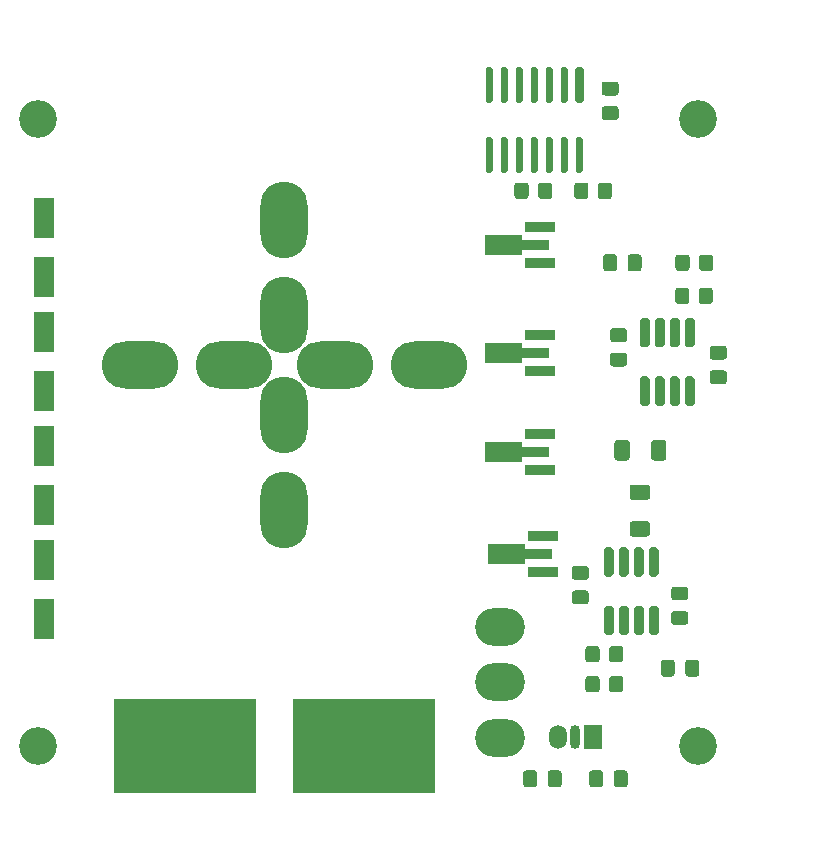
<source format=gbs>
%TF.GenerationSoftware,KiCad,Pcbnew,(5.1.8)-1*%
%TF.CreationDate,2021-11-19T10:16:49+01:00*%
%TF.ProjectId,Base,42617365-2e6b-4696-9361-645f70636258,rev?*%
%TF.SameCoordinates,Original*%
%TF.FileFunction,Soldermask,Bot*%
%TF.FilePolarity,Negative*%
%FSLAX46Y46*%
G04 Gerber Fmt 4.6, Leading zero omitted, Abs format (unit mm)*
G04 Created by KiCad (PCBNEW (5.1.8)-1) date 2021-11-19 10:16:49*
%MOMM*%
%LPD*%
G01*
G04 APERTURE LIST*
%ADD10O,4.200000X3.200000*%
%ADD11R,12.000000X8.000000*%
%ADD12R,1.500000X2.000000*%
%ADD13O,1.500000X2.000000*%
%ADD14O,0.900000X2.000000*%
%ADD15R,1.800000X3.500000*%
%ADD16R,2.600000X0.900000*%
%ADD17C,0.100000*%
%ADD18O,4.000000X6.500000*%
%ADD19O,6.500000X4.000000*%
%ADD20C,3.200000*%
G04 APERTURE END LIST*
D10*
%TO.C,SW1*%
X155408000Y-114579500D03*
X155408000Y-119279500D03*
X155408000Y-123979500D03*
%TD*%
D11*
%TO.C,BT3*%
X128695000Y-124720000D03*
X143845000Y-124720000D03*
%TD*%
%TO.C,U3*%
G36*
G01*
X162290200Y-70216600D02*
X161890200Y-70216600D01*
G75*
G02*
X161690200Y-70016600I0J200000D01*
G01*
X161690200Y-67416600D01*
G75*
G02*
X161890200Y-67216600I200000J0D01*
G01*
X162290200Y-67216600D01*
G75*
G02*
X162490200Y-67416600I0J-200000D01*
G01*
X162490200Y-70016600D01*
G75*
G02*
X162290200Y-70216600I-200000J0D01*
G01*
G37*
G36*
G01*
X160970200Y-70216600D02*
X160670200Y-70216600D01*
G75*
G02*
X160520200Y-70066600I0J150000D01*
G01*
X160520200Y-67366600D01*
G75*
G02*
X160670200Y-67216600I150000J0D01*
G01*
X160970200Y-67216600D01*
G75*
G02*
X161120200Y-67366600I0J-150000D01*
G01*
X161120200Y-70066600D01*
G75*
G02*
X160970200Y-70216600I-150000J0D01*
G01*
G37*
G36*
G01*
X159700200Y-70216600D02*
X159400200Y-70216600D01*
G75*
G02*
X159250200Y-70066600I0J150000D01*
G01*
X159250200Y-67366600D01*
G75*
G02*
X159400200Y-67216600I150000J0D01*
G01*
X159700200Y-67216600D01*
G75*
G02*
X159850200Y-67366600I0J-150000D01*
G01*
X159850200Y-70066600D01*
G75*
G02*
X159700200Y-70216600I-150000J0D01*
G01*
G37*
G36*
G01*
X158430200Y-70216600D02*
X158130200Y-70216600D01*
G75*
G02*
X157980200Y-70066600I0J150000D01*
G01*
X157980200Y-67366600D01*
G75*
G02*
X158130200Y-67216600I150000J0D01*
G01*
X158430200Y-67216600D01*
G75*
G02*
X158580200Y-67366600I0J-150000D01*
G01*
X158580200Y-70066600D01*
G75*
G02*
X158430200Y-70216600I-150000J0D01*
G01*
G37*
G36*
G01*
X157160200Y-70216600D02*
X156860200Y-70216600D01*
G75*
G02*
X156710200Y-70066600I0J150000D01*
G01*
X156710200Y-67366600D01*
G75*
G02*
X156860200Y-67216600I150000J0D01*
G01*
X157160200Y-67216600D01*
G75*
G02*
X157310200Y-67366600I0J-150000D01*
G01*
X157310200Y-70066600D01*
G75*
G02*
X157160200Y-70216600I-150000J0D01*
G01*
G37*
G36*
G01*
X155890200Y-70216600D02*
X155590200Y-70216600D01*
G75*
G02*
X155440200Y-70066600I0J150000D01*
G01*
X155440200Y-67366600D01*
G75*
G02*
X155590200Y-67216600I150000J0D01*
G01*
X155890200Y-67216600D01*
G75*
G02*
X156040200Y-67366600I0J-150000D01*
G01*
X156040200Y-70066600D01*
G75*
G02*
X155890200Y-70216600I-150000J0D01*
G01*
G37*
G36*
G01*
X154620200Y-70216600D02*
X154320200Y-70216600D01*
G75*
G02*
X154170200Y-70066600I0J150000D01*
G01*
X154170200Y-67366600D01*
G75*
G02*
X154320200Y-67216600I150000J0D01*
G01*
X154620200Y-67216600D01*
G75*
G02*
X154770200Y-67366600I0J-150000D01*
G01*
X154770200Y-70066600D01*
G75*
G02*
X154620200Y-70216600I-150000J0D01*
G01*
G37*
G36*
G01*
X154620200Y-76166600D02*
X154320200Y-76166600D01*
G75*
G02*
X154170200Y-76016600I0J150000D01*
G01*
X154170200Y-73316600D01*
G75*
G02*
X154320200Y-73166600I150000J0D01*
G01*
X154620200Y-73166600D01*
G75*
G02*
X154770200Y-73316600I0J-150000D01*
G01*
X154770200Y-76016600D01*
G75*
G02*
X154620200Y-76166600I-150000J0D01*
G01*
G37*
G36*
G01*
X155890200Y-76166600D02*
X155590200Y-76166600D01*
G75*
G02*
X155440200Y-76016600I0J150000D01*
G01*
X155440200Y-73316600D01*
G75*
G02*
X155590200Y-73166600I150000J0D01*
G01*
X155890200Y-73166600D01*
G75*
G02*
X156040200Y-73316600I0J-150000D01*
G01*
X156040200Y-76016600D01*
G75*
G02*
X155890200Y-76166600I-150000J0D01*
G01*
G37*
G36*
G01*
X157160200Y-76166600D02*
X156860200Y-76166600D01*
G75*
G02*
X156710200Y-76016600I0J150000D01*
G01*
X156710200Y-73316600D01*
G75*
G02*
X156860200Y-73166600I150000J0D01*
G01*
X157160200Y-73166600D01*
G75*
G02*
X157310200Y-73316600I0J-150000D01*
G01*
X157310200Y-76016600D01*
G75*
G02*
X157160200Y-76166600I-150000J0D01*
G01*
G37*
G36*
G01*
X158430200Y-76166600D02*
X158130200Y-76166600D01*
G75*
G02*
X157980200Y-76016600I0J150000D01*
G01*
X157980200Y-73316600D01*
G75*
G02*
X158130200Y-73166600I150000J0D01*
G01*
X158430200Y-73166600D01*
G75*
G02*
X158580200Y-73316600I0J-150000D01*
G01*
X158580200Y-76016600D01*
G75*
G02*
X158430200Y-76166600I-150000J0D01*
G01*
G37*
G36*
G01*
X159700200Y-76166600D02*
X159400200Y-76166600D01*
G75*
G02*
X159250200Y-76016600I0J150000D01*
G01*
X159250200Y-73316600D01*
G75*
G02*
X159400200Y-73166600I150000J0D01*
G01*
X159700200Y-73166600D01*
G75*
G02*
X159850200Y-73316600I0J-150000D01*
G01*
X159850200Y-76016600D01*
G75*
G02*
X159700200Y-76166600I-150000J0D01*
G01*
G37*
G36*
G01*
X160970200Y-76166600D02*
X160670200Y-76166600D01*
G75*
G02*
X160520200Y-76016600I0J150000D01*
G01*
X160520200Y-73316600D01*
G75*
G02*
X160670200Y-73166600I150000J0D01*
G01*
X160970200Y-73166600D01*
G75*
G02*
X161120200Y-73316600I0J-150000D01*
G01*
X161120200Y-76016600D01*
G75*
G02*
X160970200Y-76166600I-150000J0D01*
G01*
G37*
G36*
G01*
X162240200Y-76166600D02*
X161940200Y-76166600D01*
G75*
G02*
X161790200Y-76016600I0J150000D01*
G01*
X161790200Y-73316600D01*
G75*
G02*
X161940200Y-73166600I150000J0D01*
G01*
X162240200Y-73166600D01*
G75*
G02*
X162390200Y-73316600I0J-150000D01*
G01*
X162390200Y-76016600D01*
G75*
G02*
X162240200Y-76166600I-150000J0D01*
G01*
G37*
%TD*%
%TO.C,R6*%
G36*
G01*
X166595999Y-105662400D02*
X167846001Y-105662400D01*
G75*
G02*
X168096000Y-105912399I0J-249999D01*
G01*
X168096000Y-106712401D01*
G75*
G02*
X167846001Y-106962400I-249999J0D01*
G01*
X166595999Y-106962400D01*
G75*
G02*
X166346000Y-106712401I0J249999D01*
G01*
X166346000Y-105912399D01*
G75*
G02*
X166595999Y-105662400I249999J0D01*
G01*
G37*
G36*
G01*
X166595999Y-102562400D02*
X167846001Y-102562400D01*
G75*
G02*
X168096000Y-102812399I0J-249999D01*
G01*
X168096000Y-103612401D01*
G75*
G02*
X167846001Y-103862400I-249999J0D01*
G01*
X166595999Y-103862400D01*
G75*
G02*
X166346000Y-103612401I0J249999D01*
G01*
X166346000Y-102812399D01*
G75*
G02*
X166595999Y-102562400I249999J0D01*
G01*
G37*
%TD*%
%TO.C,R5*%
G36*
G01*
X168171200Y-100282001D02*
X168171200Y-99031999D01*
G75*
G02*
X168421199Y-98782000I249999J0D01*
G01*
X169221201Y-98782000D01*
G75*
G02*
X169471200Y-99031999I0J-249999D01*
G01*
X169471200Y-100282001D01*
G75*
G02*
X169221201Y-100532000I-249999J0D01*
G01*
X168421199Y-100532000D01*
G75*
G02*
X168171200Y-100282001I0J249999D01*
G01*
G37*
G36*
G01*
X165071200Y-100282001D02*
X165071200Y-99031999D01*
G75*
G02*
X165321199Y-98782000I249999J0D01*
G01*
X166121201Y-98782000D01*
G75*
G02*
X166371200Y-99031999I0J-249999D01*
G01*
X166371200Y-100282001D01*
G75*
G02*
X166121201Y-100532000I-249999J0D01*
G01*
X165321199Y-100532000D01*
G75*
G02*
X165071200Y-100282001I0J249999D01*
G01*
G37*
%TD*%
%TO.C,R8*%
G36*
G01*
X162868000Y-77235999D02*
X162868000Y-78136001D01*
G75*
G02*
X162618001Y-78386000I-249999J0D01*
G01*
X161917999Y-78386000D01*
G75*
G02*
X161668000Y-78136001I0J249999D01*
G01*
X161668000Y-77235999D01*
G75*
G02*
X161917999Y-76986000I249999J0D01*
G01*
X162618001Y-76986000D01*
G75*
G02*
X162868000Y-77235999I0J-249999D01*
G01*
G37*
G36*
G01*
X164868000Y-77235999D02*
X164868000Y-78136001D01*
G75*
G02*
X164618001Y-78386000I-249999J0D01*
G01*
X163917999Y-78386000D01*
G75*
G02*
X163668000Y-78136001I0J249999D01*
G01*
X163668000Y-77235999D01*
G75*
G02*
X163917999Y-76986000I249999J0D01*
G01*
X164618001Y-76986000D01*
G75*
G02*
X164868000Y-77235999I0J-249999D01*
G01*
G37*
%TD*%
%TO.C,R7*%
G36*
G01*
X157804000Y-77235999D02*
X157804000Y-78136001D01*
G75*
G02*
X157554001Y-78386000I-249999J0D01*
G01*
X156853999Y-78386000D01*
G75*
G02*
X156604000Y-78136001I0J249999D01*
G01*
X156604000Y-77235999D01*
G75*
G02*
X156853999Y-76986000I249999J0D01*
G01*
X157554001Y-76986000D01*
G75*
G02*
X157804000Y-77235999I0J-249999D01*
G01*
G37*
G36*
G01*
X159804000Y-77235999D02*
X159804000Y-78136001D01*
G75*
G02*
X159554001Y-78386000I-249999J0D01*
G01*
X158853999Y-78386000D01*
G75*
G02*
X158604000Y-78136001I0J249999D01*
G01*
X158604000Y-77235999D01*
G75*
G02*
X158853999Y-76986000I249999J0D01*
G01*
X159554001Y-76986000D01*
G75*
G02*
X159804000Y-77235999I0J-249999D01*
G01*
G37*
%TD*%
%TO.C,R4*%
G36*
G01*
X171431200Y-83331999D02*
X171431200Y-84232001D01*
G75*
G02*
X171181201Y-84482000I-249999J0D01*
G01*
X170481199Y-84482000D01*
G75*
G02*
X170231200Y-84232001I0J249999D01*
G01*
X170231200Y-83331999D01*
G75*
G02*
X170481199Y-83082000I249999J0D01*
G01*
X171181201Y-83082000D01*
G75*
G02*
X171431200Y-83331999I0J-249999D01*
G01*
G37*
G36*
G01*
X173431200Y-83331999D02*
X173431200Y-84232001D01*
G75*
G02*
X173181201Y-84482000I-249999J0D01*
G01*
X172481199Y-84482000D01*
G75*
G02*
X172231200Y-84232001I0J249999D01*
G01*
X172231200Y-83331999D01*
G75*
G02*
X172481199Y-83082000I249999J0D01*
G01*
X173181201Y-83082000D01*
G75*
G02*
X173431200Y-83331999I0J-249999D01*
G01*
G37*
%TD*%
%TO.C,R3*%
G36*
G01*
X171405200Y-86125999D02*
X171405200Y-87026001D01*
G75*
G02*
X171155201Y-87276000I-249999J0D01*
G01*
X170455199Y-87276000D01*
G75*
G02*
X170205200Y-87026001I0J249999D01*
G01*
X170205200Y-86125999D01*
G75*
G02*
X170455199Y-85876000I249999J0D01*
G01*
X171155201Y-85876000D01*
G75*
G02*
X171405200Y-86125999I0J-249999D01*
G01*
G37*
G36*
G01*
X173405200Y-86125999D02*
X173405200Y-87026001D01*
G75*
G02*
X173155201Y-87276000I-249999J0D01*
G01*
X172455199Y-87276000D01*
G75*
G02*
X172205200Y-87026001I0J249999D01*
G01*
X172205200Y-86125999D01*
G75*
G02*
X172455199Y-85876000I249999J0D01*
G01*
X173155201Y-85876000D01*
G75*
G02*
X173405200Y-86125999I0J-249999D01*
G01*
G37*
%TD*%
%TO.C,R2*%
G36*
G01*
X164611000Y-119906401D02*
X164611000Y-119006399D01*
G75*
G02*
X164860999Y-118756400I249999J0D01*
G01*
X165561001Y-118756400D01*
G75*
G02*
X165811000Y-119006399I0J-249999D01*
G01*
X165811000Y-119906401D01*
G75*
G02*
X165561001Y-120156400I-249999J0D01*
G01*
X164860999Y-120156400D01*
G75*
G02*
X164611000Y-119906401I0J249999D01*
G01*
G37*
G36*
G01*
X162611000Y-119906401D02*
X162611000Y-119006399D01*
G75*
G02*
X162860999Y-118756400I249999J0D01*
G01*
X163561001Y-118756400D01*
G75*
G02*
X163811000Y-119006399I0J-249999D01*
G01*
X163811000Y-119906401D01*
G75*
G02*
X163561001Y-120156400I-249999J0D01*
G01*
X162860999Y-120156400D01*
G75*
G02*
X162611000Y-119906401I0J249999D01*
G01*
G37*
%TD*%
%TO.C,R1*%
G36*
G01*
X164611000Y-117366401D02*
X164611000Y-116466399D01*
G75*
G02*
X164860999Y-116216400I249999J0D01*
G01*
X165561001Y-116216400D01*
G75*
G02*
X165811000Y-116466399I0J-249999D01*
G01*
X165811000Y-117366401D01*
G75*
G02*
X165561001Y-117616400I-249999J0D01*
G01*
X164860999Y-117616400D01*
G75*
G02*
X164611000Y-117366401I0J249999D01*
G01*
G37*
G36*
G01*
X162611000Y-117366401D02*
X162611000Y-116466399D01*
G75*
G02*
X162860999Y-116216400I249999J0D01*
G01*
X163561001Y-116216400D01*
G75*
G02*
X163811000Y-116466399I0J-249999D01*
G01*
X163811000Y-117366401D01*
G75*
G02*
X163561001Y-117616400I-249999J0D01*
G01*
X162860999Y-117616400D01*
G75*
G02*
X162611000Y-117366401I0J249999D01*
G01*
G37*
%TD*%
%TO.C,C10*%
G36*
G01*
X164104000Y-126995000D02*
X164104000Y-127945000D01*
G75*
G02*
X163854000Y-128195000I-250000J0D01*
G01*
X163179000Y-128195000D01*
G75*
G02*
X162929000Y-127945000I0J250000D01*
G01*
X162929000Y-126995000D01*
G75*
G02*
X163179000Y-126745000I250000J0D01*
G01*
X163854000Y-126745000D01*
G75*
G02*
X164104000Y-126995000I0J-250000D01*
G01*
G37*
G36*
G01*
X166179000Y-126995000D02*
X166179000Y-127945000D01*
G75*
G02*
X165929000Y-128195000I-250000J0D01*
G01*
X165254000Y-128195000D01*
G75*
G02*
X165004000Y-127945000I0J250000D01*
G01*
X165004000Y-126995000D01*
G75*
G02*
X165254000Y-126745000I250000J0D01*
G01*
X165929000Y-126745000D01*
G75*
G02*
X166179000Y-126995000I0J-250000D01*
G01*
G37*
%TD*%
%TO.C,C9*%
G36*
G01*
X159416000Y-127945000D02*
X159416000Y-126995000D01*
G75*
G02*
X159666000Y-126745000I250000J0D01*
G01*
X160341000Y-126745000D01*
G75*
G02*
X160591000Y-126995000I0J-250000D01*
G01*
X160591000Y-127945000D01*
G75*
G02*
X160341000Y-128195000I-250000J0D01*
G01*
X159666000Y-128195000D01*
G75*
G02*
X159416000Y-127945000I0J250000D01*
G01*
G37*
G36*
G01*
X157341000Y-127945000D02*
X157341000Y-126995000D01*
G75*
G02*
X157591000Y-126745000I250000J0D01*
G01*
X158266000Y-126745000D01*
G75*
G02*
X158516000Y-126995000I0J-250000D01*
G01*
X158516000Y-127945000D01*
G75*
G02*
X158266000Y-128195000I-250000J0D01*
G01*
X157591000Y-128195000D01*
G75*
G02*
X157341000Y-127945000I0J250000D01*
G01*
G37*
%TD*%
%TO.C,C8*%
G36*
G01*
X164231400Y-70516000D02*
X165181400Y-70516000D01*
G75*
G02*
X165431400Y-70766000I0J-250000D01*
G01*
X165431400Y-71441000D01*
G75*
G02*
X165181400Y-71691000I-250000J0D01*
G01*
X164231400Y-71691000D01*
G75*
G02*
X163981400Y-71441000I0J250000D01*
G01*
X163981400Y-70766000D01*
G75*
G02*
X164231400Y-70516000I250000J0D01*
G01*
G37*
G36*
G01*
X164231400Y-68441000D02*
X165181400Y-68441000D01*
G75*
G02*
X165431400Y-68691000I0J-250000D01*
G01*
X165431400Y-69366000D01*
G75*
G02*
X165181400Y-69616000I-250000J0D01*
G01*
X164231400Y-69616000D01*
G75*
G02*
X163981400Y-69366000I0J250000D01*
G01*
X163981400Y-68691000D01*
G75*
G02*
X164231400Y-68441000I250000J0D01*
G01*
G37*
%TD*%
%TO.C,C6*%
G36*
G01*
X162654000Y-110624400D02*
X161704000Y-110624400D01*
G75*
G02*
X161454000Y-110374400I0J250000D01*
G01*
X161454000Y-109699400D01*
G75*
G02*
X161704000Y-109449400I250000J0D01*
G01*
X162654000Y-109449400D01*
G75*
G02*
X162904000Y-109699400I0J-250000D01*
G01*
X162904000Y-110374400D01*
G75*
G02*
X162654000Y-110624400I-250000J0D01*
G01*
G37*
G36*
G01*
X162654000Y-112699400D02*
X161704000Y-112699400D01*
G75*
G02*
X161454000Y-112449400I0J250000D01*
G01*
X161454000Y-111774400D01*
G75*
G02*
X161704000Y-111524400I250000J0D01*
G01*
X162654000Y-111524400D01*
G75*
G02*
X162904000Y-111774400I0J-250000D01*
G01*
X162904000Y-112449400D01*
G75*
G02*
X162654000Y-112699400I-250000J0D01*
G01*
G37*
%TD*%
%TO.C,C5*%
G36*
G01*
X173388200Y-92880600D02*
X174338200Y-92880600D01*
G75*
G02*
X174588200Y-93130600I0J-250000D01*
G01*
X174588200Y-93805600D01*
G75*
G02*
X174338200Y-94055600I-250000J0D01*
G01*
X173388200Y-94055600D01*
G75*
G02*
X173138200Y-93805600I0J250000D01*
G01*
X173138200Y-93130600D01*
G75*
G02*
X173388200Y-92880600I250000J0D01*
G01*
G37*
G36*
G01*
X173388200Y-90805600D02*
X174338200Y-90805600D01*
G75*
G02*
X174588200Y-91055600I0J-250000D01*
G01*
X174588200Y-91730600D01*
G75*
G02*
X174338200Y-91980600I-250000J0D01*
G01*
X173388200Y-91980600D01*
G75*
G02*
X173138200Y-91730600I0J250000D01*
G01*
X173138200Y-91055600D01*
G75*
G02*
X173388200Y-90805600I250000J0D01*
G01*
G37*
%TD*%
%TO.C,C4*%
G36*
G01*
X167360200Y-83307000D02*
X167360200Y-84257000D01*
G75*
G02*
X167110200Y-84507000I-250000J0D01*
G01*
X166435200Y-84507000D01*
G75*
G02*
X166185200Y-84257000I0J250000D01*
G01*
X166185200Y-83307000D01*
G75*
G02*
X166435200Y-83057000I250000J0D01*
G01*
X167110200Y-83057000D01*
G75*
G02*
X167360200Y-83307000I0J-250000D01*
G01*
G37*
G36*
G01*
X165285200Y-83307000D02*
X165285200Y-84257000D01*
G75*
G02*
X165035200Y-84507000I-250000J0D01*
G01*
X164360200Y-84507000D01*
G75*
G02*
X164110200Y-84257000I0J250000D01*
G01*
X164110200Y-83307000D01*
G75*
G02*
X164360200Y-83057000I250000J0D01*
G01*
X165035200Y-83057000D01*
G75*
G02*
X165285200Y-83307000I0J-250000D01*
G01*
G37*
%TD*%
%TO.C,C3*%
G36*
G01*
X171074600Y-118572400D02*
X171074600Y-117622400D01*
G75*
G02*
X171324600Y-117372400I250000J0D01*
G01*
X171999600Y-117372400D01*
G75*
G02*
X172249600Y-117622400I0J-250000D01*
G01*
X172249600Y-118572400D01*
G75*
G02*
X171999600Y-118822400I-250000J0D01*
G01*
X171324600Y-118822400D01*
G75*
G02*
X171074600Y-118572400I0J250000D01*
G01*
G37*
G36*
G01*
X168999600Y-118572400D02*
X168999600Y-117622400D01*
G75*
G02*
X169249600Y-117372400I250000J0D01*
G01*
X169924600Y-117372400D01*
G75*
G02*
X170174600Y-117622400I0J-250000D01*
G01*
X170174600Y-118572400D01*
G75*
G02*
X169924600Y-118822400I-250000J0D01*
G01*
X169249600Y-118822400D01*
G75*
G02*
X168999600Y-118572400I0J250000D01*
G01*
G37*
%TD*%
%TO.C,C2*%
G36*
G01*
X164942600Y-91394800D02*
X165892600Y-91394800D01*
G75*
G02*
X166142600Y-91644800I0J-250000D01*
G01*
X166142600Y-92319800D01*
G75*
G02*
X165892600Y-92569800I-250000J0D01*
G01*
X164942600Y-92569800D01*
G75*
G02*
X164692600Y-92319800I0J250000D01*
G01*
X164692600Y-91644800D01*
G75*
G02*
X164942600Y-91394800I250000J0D01*
G01*
G37*
G36*
G01*
X164942600Y-89319800D02*
X165892600Y-89319800D01*
G75*
G02*
X166142600Y-89569800I0J-250000D01*
G01*
X166142600Y-90244800D01*
G75*
G02*
X165892600Y-90494800I-250000J0D01*
G01*
X164942600Y-90494800D01*
G75*
G02*
X164692600Y-90244800I0J250000D01*
G01*
X164692600Y-89569800D01*
G75*
G02*
X164942600Y-89319800I250000J0D01*
G01*
G37*
%TD*%
%TO.C,C1*%
G36*
G01*
X171074200Y-112364200D02*
X170124200Y-112364200D01*
G75*
G02*
X169874200Y-112114200I0J250000D01*
G01*
X169874200Y-111439200D01*
G75*
G02*
X170124200Y-111189200I250000J0D01*
G01*
X171074200Y-111189200D01*
G75*
G02*
X171324200Y-111439200I0J-250000D01*
G01*
X171324200Y-112114200D01*
G75*
G02*
X171074200Y-112364200I-250000J0D01*
G01*
G37*
G36*
G01*
X171074200Y-114439200D02*
X170124200Y-114439200D01*
G75*
G02*
X169874200Y-114189200I0J250000D01*
G01*
X169874200Y-113514200D01*
G75*
G02*
X170124200Y-113264200I250000J0D01*
G01*
X171074200Y-113264200D01*
G75*
G02*
X171324200Y-113514200I0J-250000D01*
G01*
X171324200Y-114189200D01*
G75*
G02*
X171074200Y-114439200I-250000J0D01*
G01*
G37*
%TD*%
D12*
%TO.C,U4*%
X163230000Y-123914000D03*
D13*
X160290000Y-123914000D03*
D14*
X161760000Y-123914000D03*
%TD*%
D15*
%TO.C,D4*%
X116802000Y-108968000D03*
X116802000Y-113968000D03*
%TD*%
%TO.C,D3*%
X116802000Y-99316000D03*
X116802000Y-104316000D03*
%TD*%
%TO.C,D2*%
X116802000Y-89664000D03*
X116802000Y-94664000D03*
%TD*%
%TO.C,D1*%
X116802000Y-80012000D03*
X116802000Y-85012000D03*
%TD*%
D16*
%TO.C,Q1*%
X158980000Y-106920000D03*
X158980000Y-109920000D03*
D17*
G36*
X154380000Y-107553500D02*
G01*
X157505000Y-107553500D01*
X157505000Y-107970000D01*
X159742500Y-107970000D01*
X159742500Y-108870000D01*
X157505000Y-108870000D01*
X157505000Y-109286500D01*
X154380000Y-109286500D01*
X154380000Y-107553500D01*
G37*
%TD*%
D18*
%TO.C,C7*%
X137122000Y-104668000D03*
X137122000Y-96668000D03*
X137122000Y-80168000D03*
X137122000Y-88168000D03*
D19*
X124872000Y-92418000D03*
X132872000Y-92418000D03*
X149372000Y-92418000D03*
X141372000Y-92418000D03*
%TD*%
D20*
%TO.C,H4*%
X116294000Y-124676000D03*
%TD*%
%TO.C,H3*%
X116294000Y-71590000D03*
%TD*%
%TO.C,H2*%
X172174000Y-124676000D03*
%TD*%
%TO.C,H1*%
X172174000Y-71590000D03*
%TD*%
%TO.C,U2*%
G36*
G01*
X171650200Y-95901600D02*
X171250200Y-95901600D01*
G75*
G02*
X171050200Y-95701600I0J200000D01*
G01*
X171050200Y-93601600D01*
G75*
G02*
X171250200Y-93401600I200000J0D01*
G01*
X171650200Y-93401600D01*
G75*
G02*
X171850200Y-93601600I0J-200000D01*
G01*
X171850200Y-95701600D01*
G75*
G02*
X171650200Y-95901600I-200000J0D01*
G01*
G37*
G36*
G01*
X170380200Y-95901600D02*
X169980200Y-95901600D01*
G75*
G02*
X169780200Y-95701600I0J200000D01*
G01*
X169780200Y-93601600D01*
G75*
G02*
X169980200Y-93401600I200000J0D01*
G01*
X170380200Y-93401600D01*
G75*
G02*
X170580200Y-93601600I0J-200000D01*
G01*
X170580200Y-95701600D01*
G75*
G02*
X170380200Y-95901600I-200000J0D01*
G01*
G37*
G36*
G01*
X169110200Y-95901600D02*
X168710200Y-95901600D01*
G75*
G02*
X168510200Y-95701600I0J200000D01*
G01*
X168510200Y-93601600D01*
G75*
G02*
X168710200Y-93401600I200000J0D01*
G01*
X169110200Y-93401600D01*
G75*
G02*
X169310200Y-93601600I0J-200000D01*
G01*
X169310200Y-95701600D01*
G75*
G02*
X169110200Y-95901600I-200000J0D01*
G01*
G37*
G36*
G01*
X167840200Y-95901600D02*
X167440200Y-95901600D01*
G75*
G02*
X167240200Y-95701600I0J200000D01*
G01*
X167240200Y-93601600D01*
G75*
G02*
X167440200Y-93401600I200000J0D01*
G01*
X167840200Y-93401600D01*
G75*
G02*
X168040200Y-93601600I0J-200000D01*
G01*
X168040200Y-95701600D01*
G75*
G02*
X167840200Y-95901600I-200000J0D01*
G01*
G37*
G36*
G01*
X167840200Y-90951600D02*
X167440200Y-90951600D01*
G75*
G02*
X167240200Y-90751600I0J200000D01*
G01*
X167240200Y-88651600D01*
G75*
G02*
X167440200Y-88451600I200000J0D01*
G01*
X167840200Y-88451600D01*
G75*
G02*
X168040200Y-88651600I0J-200000D01*
G01*
X168040200Y-90751600D01*
G75*
G02*
X167840200Y-90951600I-200000J0D01*
G01*
G37*
G36*
G01*
X169110200Y-90951600D02*
X168710200Y-90951600D01*
G75*
G02*
X168510200Y-90751600I0J200000D01*
G01*
X168510200Y-88651600D01*
G75*
G02*
X168710200Y-88451600I200000J0D01*
G01*
X169110200Y-88451600D01*
G75*
G02*
X169310200Y-88651600I0J-200000D01*
G01*
X169310200Y-90751600D01*
G75*
G02*
X169110200Y-90951600I-200000J0D01*
G01*
G37*
G36*
G01*
X170380200Y-90951600D02*
X169980200Y-90951600D01*
G75*
G02*
X169780200Y-90751600I0J200000D01*
G01*
X169780200Y-88651600D01*
G75*
G02*
X169980200Y-88451600I200000J0D01*
G01*
X170380200Y-88451600D01*
G75*
G02*
X170580200Y-88651600I0J-200000D01*
G01*
X170580200Y-90751600D01*
G75*
G02*
X170380200Y-90951600I-200000J0D01*
G01*
G37*
G36*
G01*
X171650200Y-90951600D02*
X171250200Y-90951600D01*
G75*
G02*
X171050200Y-90751600I0J200000D01*
G01*
X171050200Y-88651600D01*
G75*
G02*
X171250200Y-88451600I200000J0D01*
G01*
X171650200Y-88451600D01*
G75*
G02*
X171850200Y-88651600I0J-200000D01*
G01*
X171850200Y-90751600D01*
G75*
G02*
X171650200Y-90951600I-200000J0D01*
G01*
G37*
%TD*%
%TO.C,U1*%
G36*
G01*
X164392000Y-107857400D02*
X164792000Y-107857400D01*
G75*
G02*
X164992000Y-108057400I0J-200000D01*
G01*
X164992000Y-110157400D01*
G75*
G02*
X164792000Y-110357400I-200000J0D01*
G01*
X164392000Y-110357400D01*
G75*
G02*
X164192000Y-110157400I0J200000D01*
G01*
X164192000Y-108057400D01*
G75*
G02*
X164392000Y-107857400I200000J0D01*
G01*
G37*
G36*
G01*
X165662000Y-107857400D02*
X166062000Y-107857400D01*
G75*
G02*
X166262000Y-108057400I0J-200000D01*
G01*
X166262000Y-110157400D01*
G75*
G02*
X166062000Y-110357400I-200000J0D01*
G01*
X165662000Y-110357400D01*
G75*
G02*
X165462000Y-110157400I0J200000D01*
G01*
X165462000Y-108057400D01*
G75*
G02*
X165662000Y-107857400I200000J0D01*
G01*
G37*
G36*
G01*
X166932000Y-107857400D02*
X167332000Y-107857400D01*
G75*
G02*
X167532000Y-108057400I0J-200000D01*
G01*
X167532000Y-110157400D01*
G75*
G02*
X167332000Y-110357400I-200000J0D01*
G01*
X166932000Y-110357400D01*
G75*
G02*
X166732000Y-110157400I0J200000D01*
G01*
X166732000Y-108057400D01*
G75*
G02*
X166932000Y-107857400I200000J0D01*
G01*
G37*
G36*
G01*
X168202000Y-107857400D02*
X168602000Y-107857400D01*
G75*
G02*
X168802000Y-108057400I0J-200000D01*
G01*
X168802000Y-110157400D01*
G75*
G02*
X168602000Y-110357400I-200000J0D01*
G01*
X168202000Y-110357400D01*
G75*
G02*
X168002000Y-110157400I0J200000D01*
G01*
X168002000Y-108057400D01*
G75*
G02*
X168202000Y-107857400I200000J0D01*
G01*
G37*
G36*
G01*
X168202000Y-112807400D02*
X168602000Y-112807400D01*
G75*
G02*
X168802000Y-113007400I0J-200000D01*
G01*
X168802000Y-115107400D01*
G75*
G02*
X168602000Y-115307400I-200000J0D01*
G01*
X168202000Y-115307400D01*
G75*
G02*
X168002000Y-115107400I0J200000D01*
G01*
X168002000Y-113007400D01*
G75*
G02*
X168202000Y-112807400I200000J0D01*
G01*
G37*
G36*
G01*
X166932000Y-112807400D02*
X167332000Y-112807400D01*
G75*
G02*
X167532000Y-113007400I0J-200000D01*
G01*
X167532000Y-115107400D01*
G75*
G02*
X167332000Y-115307400I-200000J0D01*
G01*
X166932000Y-115307400D01*
G75*
G02*
X166732000Y-115107400I0J200000D01*
G01*
X166732000Y-113007400D01*
G75*
G02*
X166932000Y-112807400I200000J0D01*
G01*
G37*
G36*
G01*
X165662000Y-112807400D02*
X166062000Y-112807400D01*
G75*
G02*
X166262000Y-113007400I0J-200000D01*
G01*
X166262000Y-115107400D01*
G75*
G02*
X166062000Y-115307400I-200000J0D01*
G01*
X165662000Y-115307400D01*
G75*
G02*
X165462000Y-115107400I0J200000D01*
G01*
X165462000Y-113007400D01*
G75*
G02*
X165662000Y-112807400I200000J0D01*
G01*
G37*
G36*
G01*
X164392000Y-112807400D02*
X164792000Y-112807400D01*
G75*
G02*
X164992000Y-113007400I0J-200000D01*
G01*
X164992000Y-115107400D01*
G75*
G02*
X164792000Y-115307400I-200000J0D01*
G01*
X164392000Y-115307400D01*
G75*
G02*
X164192000Y-115107400I0J200000D01*
G01*
X164192000Y-113007400D01*
G75*
G02*
X164392000Y-112807400I200000J0D01*
G01*
G37*
%TD*%
D16*
%TO.C,Q4*%
X158726000Y-80758000D03*
X158726000Y-83758000D03*
D17*
G36*
X154126000Y-81391500D02*
G01*
X157251000Y-81391500D01*
X157251000Y-81808000D01*
X159488500Y-81808000D01*
X159488500Y-82708000D01*
X157251000Y-82708000D01*
X157251000Y-83124500D01*
X154126000Y-83124500D01*
X154126000Y-81391500D01*
G37*
%TD*%
D16*
%TO.C,Q3*%
X158726000Y-89902000D03*
X158726000Y-92902000D03*
D17*
G36*
X154126000Y-90535500D02*
G01*
X157251000Y-90535500D01*
X157251000Y-90952000D01*
X159488500Y-90952000D01*
X159488500Y-91852000D01*
X157251000Y-91852000D01*
X157251000Y-92268500D01*
X154126000Y-92268500D01*
X154126000Y-90535500D01*
G37*
%TD*%
D16*
%TO.C,Q2*%
X158726000Y-98284000D03*
X158726000Y-101284000D03*
D17*
G36*
X154126000Y-98917500D02*
G01*
X157251000Y-98917500D01*
X157251000Y-99334000D01*
X159488500Y-99334000D01*
X159488500Y-100234000D01*
X157251000Y-100234000D01*
X157251000Y-100650500D01*
X154126000Y-100650500D01*
X154126000Y-98917500D01*
G37*
%TD*%
M02*

</source>
